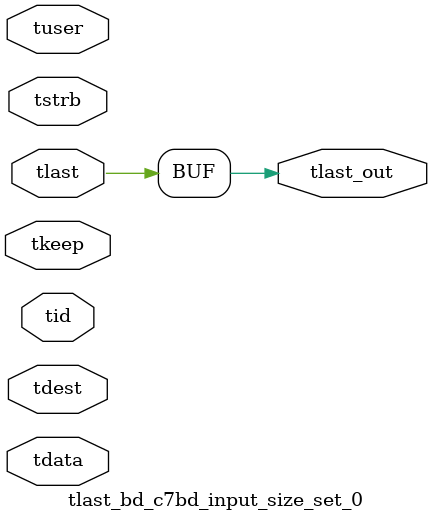
<source format=v>


`timescale 1ps/1ps

module tlast_bd_c7bd_input_size_set_0 #
(
parameter C_S_AXIS_TID_WIDTH   = 1,
parameter C_S_AXIS_TUSER_WIDTH = 0,
parameter C_S_AXIS_TDATA_WIDTH = 0,
parameter C_S_AXIS_TDEST_WIDTH = 0
)
(
input  [(C_S_AXIS_TID_WIDTH   == 0 ? 1 : C_S_AXIS_TID_WIDTH)-1:0       ] tid,
input  [(C_S_AXIS_TDATA_WIDTH == 0 ? 1 : C_S_AXIS_TDATA_WIDTH)-1:0     ] tdata,
input  [(C_S_AXIS_TUSER_WIDTH == 0 ? 1 : C_S_AXIS_TUSER_WIDTH)-1:0     ] tuser,
input  [(C_S_AXIS_TDEST_WIDTH == 0 ? 1 : C_S_AXIS_TDEST_WIDTH)-1:0     ] tdest,
input  [(C_S_AXIS_TDATA_WIDTH/8)-1:0 ] tkeep,
input  [(C_S_AXIS_TDATA_WIDTH/8)-1:0 ] tstrb,
input  [0:0]                                                             tlast,
output                                                                   tlast_out
);

assign tlast_out = {tlast[0]};

endmodule


</source>
